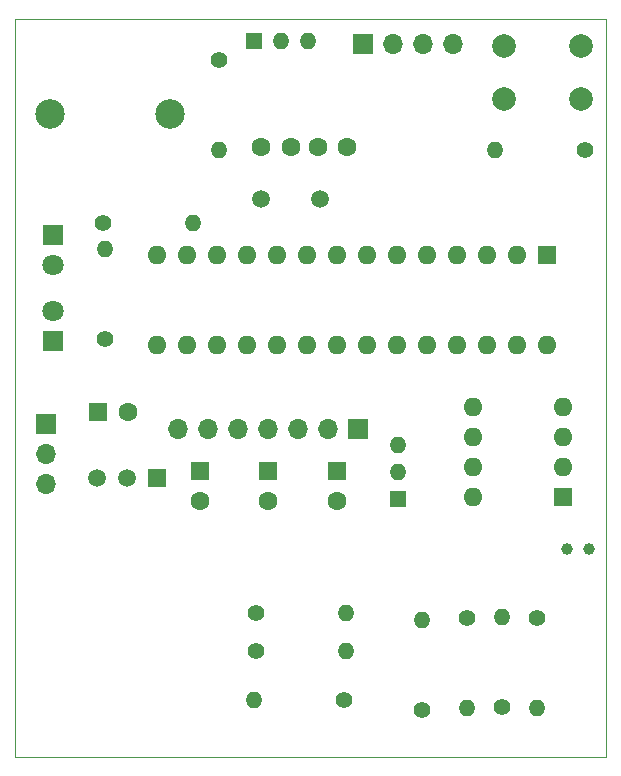
<source format=gbr>
G04 #@! TF.FileFunction,Soldermask,Bot*
%FSLAX46Y46*%
G04 Gerber Fmt 4.6, Leading zero omitted, Abs format (unit mm)*
G04 Created by KiCad (PCBNEW 4.0.4-stable) date 09/13/19 14:49:35*
%MOMM*%
%LPD*%
G01*
G04 APERTURE LIST*
%ADD10C,0.150000*%
%ADD11C,0.100000*%
%ADD12C,1.520000*%
%ADD13R,1.520000X1.520000*%
%ADD14R,1.600000X1.600000*%
%ADD15C,1.600000*%
%ADD16R,1.800000X1.800000*%
%ADD17C,1.800000*%
%ADD18O,1.600000X1.600000*%
%ADD19C,1.400000*%
%ADD20O,1.400000X1.400000*%
%ADD21C,2.000000*%
%ADD22C,2.499360*%
%ADD23R,1.400000X1.400000*%
%ADD24R,1.700000X1.700000*%
%ADD25O,1.700000X1.700000*%
%ADD26C,1.500000*%
%ADD27C,1.000000*%
G04 APERTURE END LIST*
D10*
D11*
X152400000Y-130000000D02*
X152400000Y-67500000D01*
X102400000Y-130000000D02*
X152400000Y-130000000D01*
X102400000Y-67500000D02*
X102400000Y-130000000D01*
X152400000Y-67500000D02*
X102400000Y-67500000D01*
D12*
X111860000Y-106400000D03*
X109320000Y-106400000D03*
D13*
X114400000Y-106400000D03*
D14*
X129600000Y-105800000D03*
D15*
X129600000Y-108300000D03*
D14*
X123800000Y-105800000D03*
D15*
X123800000Y-108300000D03*
D14*
X109400000Y-100800000D03*
D15*
X111900000Y-100800000D03*
D14*
X118000000Y-105800000D03*
D15*
X118000000Y-108300000D03*
D16*
X105600000Y-85800000D03*
D17*
X105600000Y-88340000D03*
D16*
X105600000Y-94800000D03*
D17*
X105600000Y-92260000D03*
D14*
X147400000Y-87500000D03*
D18*
X114380000Y-95120000D03*
X144860000Y-87500000D03*
X116920000Y-95120000D03*
X142320000Y-87500000D03*
X119460000Y-95120000D03*
X139780000Y-87500000D03*
X122000000Y-95120000D03*
X137240000Y-87500000D03*
X124540000Y-95120000D03*
X134700000Y-87500000D03*
X127080000Y-95120000D03*
X132160000Y-87500000D03*
X129620000Y-95120000D03*
X129620000Y-87500000D03*
X132160000Y-95120000D03*
X127080000Y-87500000D03*
X134700000Y-95120000D03*
X124540000Y-87500000D03*
X137240000Y-95120000D03*
X122000000Y-87500000D03*
X139780000Y-95120000D03*
X119460000Y-87500000D03*
X142320000Y-95120000D03*
X116920000Y-87500000D03*
X144860000Y-95120000D03*
X114380000Y-87500000D03*
X147400000Y-95120000D03*
D15*
X128000000Y-78400000D03*
X130500000Y-78400000D03*
X123200000Y-78400000D03*
X125700000Y-78400000D03*
D19*
X109800000Y-84800000D03*
D20*
X117420000Y-84800000D03*
D19*
X110000000Y-94600000D03*
D20*
X110000000Y-86980000D03*
D19*
X119600000Y-71000000D03*
D20*
X119600000Y-78620000D03*
D19*
X130200000Y-125200000D03*
D20*
X122580000Y-125200000D03*
D19*
X122800000Y-121000000D03*
D20*
X130420000Y-121000000D03*
D19*
X122800000Y-117800000D03*
D20*
X130420000Y-117800000D03*
D19*
X136800000Y-126000000D03*
D20*
X136800000Y-118380000D03*
D19*
X140600000Y-118200000D03*
D20*
X140600000Y-125820000D03*
D19*
X146600000Y-118200000D03*
D20*
X146600000Y-125820000D03*
D19*
X143600000Y-125800000D03*
D20*
X143600000Y-118180000D03*
D21*
X143800000Y-74300000D03*
X143800000Y-69800000D03*
X150300000Y-74300000D03*
X150300000Y-69800000D03*
D19*
X150600000Y-78600000D03*
D20*
X142980000Y-78600000D03*
D22*
X105320000Y-75600000D03*
X115480000Y-75600000D03*
D23*
X122600000Y-69400000D03*
D20*
X124900000Y-69400000D03*
X127200000Y-69400000D03*
D14*
X148800000Y-108000000D03*
D18*
X141180000Y-100380000D03*
X148800000Y-105460000D03*
X141180000Y-102920000D03*
X148800000Y-102920000D03*
X141180000Y-105460000D03*
X148800000Y-100380000D03*
X141180000Y-108000000D03*
D24*
X131800000Y-69600000D03*
D25*
X134340000Y-69600000D03*
X136880000Y-69600000D03*
X139420000Y-69600000D03*
D24*
X131400000Y-102200000D03*
D25*
X128860000Y-102200000D03*
X126320000Y-102200000D03*
X123780000Y-102200000D03*
X121240000Y-102200000D03*
X118700000Y-102200000D03*
X116160000Y-102200000D03*
D24*
X105000000Y-101800000D03*
D25*
X105000000Y-104340000D03*
X105000000Y-106880000D03*
D23*
X134800000Y-108200000D03*
D20*
X134800000Y-105900000D03*
X134800000Y-103600000D03*
D26*
X123200000Y-82800000D03*
X128200000Y-82800000D03*
D27*
X151000000Y-112400000D03*
X149100000Y-112400000D03*
M02*

</source>
